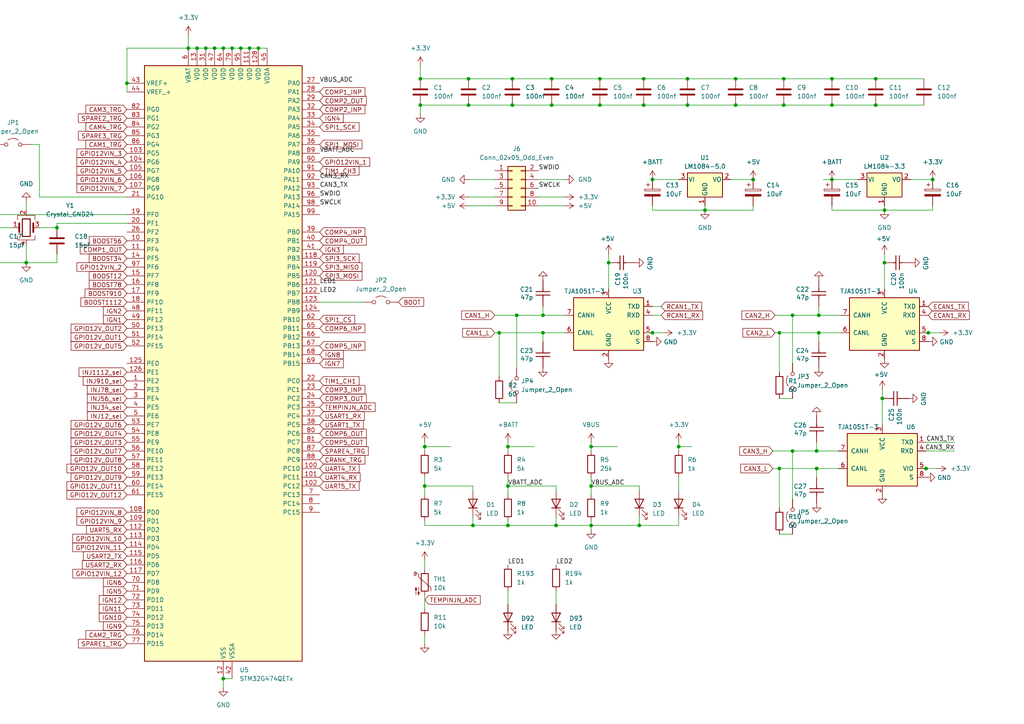
<source format=kicad_sch>
(kicad_sch (version 20250114) (generator "eeschema") (generator_version "9.0")
  (paper "A4")
  (junction (at 147.32 129.54))
  (junction (at 144.78 96.52))
  (junction (at 227.33 22.86))
  (junction (at 229.87 130.81))
  (junction (at 269.24 96.52))
  (junction (at 64.77 196.85))
  (junction (at 121.92 22.86))
  (junction (at 148.59 22.86))
  (junction (at 64.77 13.97))
  (junction (at 255.905 115.57))
  (junction (at 226.06 135.89))
  (junction (at 241.3 52.07))
  (junction (at 241.3 22.86))
  (junction (at 161.29 152.4))
  (junction (at 57.15 13.97))
  (junction (at 74.93 13.97))
  (junction (at 256.54 76.2))
  (junction (at 147.32 152.4))
  (junction (at 137.16 152.4))
  (junction (at 54.61 13.97))
  (junction (at 189.23 96.52))
  (junction (at 256.54 60.96))
  (junction (at 227.33 30.48))
  (junction (at 185.42 152.4))
  (junction (at 171.45 152.4))
  (junction (at 160.02 30.48))
  (junction (at 173.99 22.86))
  (junction (at -2.54 66.04))
  (junction (at 236.855 135.89))
  (junction (at 69.85 13.97))
  (junction (at 171.45 140.97))
  (junction (at 186.69 22.86))
  (junction (at 123.19 129.54))
  (junction (at 196.85 129.54))
  (junction (at 199.39 30.48))
  (junction (at 229.87 91.44))
  (junction (at 268.605 135.89))
  (junction (at 199.39 22.86))
  (junction (at 189.23 52.07))
  (junction (at 36.83 24.13))
  (junction (at 149.86 91.44))
  (junction (at 254 22.86))
  (junction (at 236.855 130.81))
  (junction (at 186.69 30.48))
  (junction (at 218.44 52.07))
  (junction (at 237.49 96.52))
  (junction (at 135.89 30.48))
  (junction (at 147.32 140.97))
  (junction (at 72.39 13.97))
  (junction (at 160.02 22.86))
  (junction (at 148.59 30.48))
  (junction (at 173.99 30.48))
  (junction (at 16.51 66.04))
  (junction (at 123.19 140.97))
  (junction (at 241.3 30.48))
  (junction (at 270.51 52.07))
  (junction (at 157.48 91.44))
  (junction (at 121.92 30.48))
  (junction (at 237.49 91.44))
  (junction (at 59.69 13.97))
  (junction (at 62.23 13.97))
  (junction (at 67.31 13.97))
  (junction (at 171.45 129.54))
  (junction (at 157.48 96.52))
  (junction (at 226.06 96.52))
  (junction (at 176.53 76.2))
  (junction (at 213.36 30.48))
  (junction (at 254 30.48))
  (junction (at 213.36 22.86))
  (junction (at 135.89 22.86))
  (junction (at 204.47 60.96))
  (junction (at 7.62 76.2))
  (wire (pts (xy -2.54 66.04) (xy 3.81 66.04)))
  (wire (pts (xy 237.49 88.9) (xy 237.49 91.44)))
  (wire (pts (xy 241.3 52.07) (xy 248.92 52.07)))
  (wire (pts (xy 254 22.86) (xy 267.97 22.86)))
  (wire (pts (xy 161.29 171.45) (xy 161.29 175.26)))
  (wire (pts (xy 224.79 91.44) (xy 229.87 91.44)))
  (wire (pts (xy 171.45 129.54) (xy 171.45 130.81)))
  (wire (pts (xy 144.78 116.84) (xy 149.86 116.84)))
  (wire (pts (xy 229.87 130.81) (xy 236.855 130.81)))
  (wire (pts (xy 237.49 96.52) (xy 237.49 99.06)))
  (wire (pts (xy 123.19 129.54) (xy 123.19 130.81)))
  (wire (pts (xy 226.06 96.52) (xy 226.06 107.95)))
  (wire (pts (xy 135.89 22.86) (xy 148.59 22.86)))
  (wire (pts (xy 123.19 143.51) (xy 123.19 140.97)))
  (wire (pts (xy 147.32 129.54) (xy 147.32 130.81)))
  (wire (pts (xy 186.69 30.48) (xy 199.39 30.48)))
  (wire (pts (xy 143.51 96.52) (xy 144.78 96.52)))
  (wire (pts (xy 185.42 142.24) (xy 185.42 140.97)))
  (wire (pts (xy 147.32 128.27) (xy 147.32 129.54)))
  (wire (pts (xy 148.59 22.86) (xy 160.02 22.86)))
  (wire (pts (xy 196.85 149.86) (xy 196.85 152.4)))
  (wire (pts (xy 255.905 115.57) (xy 255.905 123.19)))
  (wire (pts (xy 161.29 142.24) (xy 161.29 140.97)))
  (wire (pts (xy 256.54 59.69) (xy 256.54 60.96)))
  (wire (pts (xy 196.85 152.4) (xy 185.42 152.4)))
  (wire (pts (xy 189.23 60.96) (xy 204.47 60.96)))
  (wire (pts (xy -2.54 66.04) (xy -2.54 62.23)))
  (wire (pts (xy 196.85 138.43) (xy 196.85 142.24)))
  (wire (pts (xy 123.19 172.72) (xy 123.19 176.53)))
  (wire (pts (xy -2.54 73.66) (xy -2.54 76.2)))
  (wire (pts (xy 67.31 196.85) (xy 64.77 196.85)))
  (wire (pts (xy 188.595 96.52) (xy 189.23 96.52)))
  (wire (pts (xy 186.69 22.86) (xy 199.39 22.86)))
  (wire (pts (xy 121.92 30.48) (xy 135.89 30.48)))
  (wire (pts (xy 137.16 152.4) (xy 147.32 152.4)))
  (wire (pts (xy 147.32 129.54) (xy 154.94 129.54)))
  (wire (pts (xy 64.77 196.85) (xy 64.77 199.39)))
  (wire (pts (xy 270.51 60.96) (xy 270.51 59.69)))
  (wire (pts (xy 7.62 71.12) (xy 7.62 76.2)))
  (wire (pts (xy 176.53 73.66) (xy 176.53 76.2)))
  (wire (pts (xy 147.32 152.4) (xy 161.29 152.4)))
  (wire (pts (xy 16.51 64.77) (xy 16.51 66.04)))
  (wire (pts (xy 147.32 140.97) (xy 147.32 138.43)))
  (wire (pts (xy 226.06 135.89) (xy 236.855 135.89)))
  (wire (pts (xy 267.97 135.89) (xy 268.605 135.89)))
  (wire (pts (xy 135.89 30.48) (xy 148.59 30.48)))
  (wire (pts (xy 16.51 76.2) (xy 7.62 76.2)))
  (wire (pts (xy 105.41 87.63) (xy 92.71 87.63)))
  (wire (pts (xy 269.24 96.52) (xy 272.415 96.52)))
  (wire (pts (xy 149.86 91.44) (xy 157.48 91.44)))
  (wire (pts (xy 123.19 162.56) (xy 123.19 165.1)))
  (wire (pts (xy 156.21 57.15) (xy 163.83 57.15)))
  (wire (pts (xy 64.77 13.97) (xy 62.23 13.97)))
  (wire (pts (xy 171.45 140.97) (xy 171.45 138.43)))
  (wire (pts (xy 199.39 22.86) (xy 213.36 22.86)))
  (wire (pts (xy 241.3 30.48) (xy 254 30.48)))
  (wire (pts (xy 256.54 60.96) (xy 270.51 60.96)))
  (wire (pts (xy 123.19 152.4) (xy 137.16 152.4)))
  (wire (pts (xy 135.89 52.07) (xy 143.51 52.07)))
  (wire (pts (xy 171.45 152.4) (xy 171.45 151.13)))
  (wire (pts (xy 241.3 60.96) (xy 256.54 60.96)))
  (wire (pts (xy 241.3 22.86) (xy 254 22.86)))
  (wire (pts (xy 67.31 13.97) (xy 64.77 13.97)))
  (wire (pts (xy 147.32 140.97) (xy 161.29 140.97)))
  (wire (pts (xy 268.605 135.89) (xy 271.78 135.89)))
  (wire (pts (xy 236.855 128.27) (xy 236.855 130.81)))
  (wire (pts (xy 123.19 184.15) (xy 123.19 186.69)))
  (wire (pts (xy 224.79 96.52) (xy 226.06 96.52)))
  (wire (pts (xy 256.54 73.66) (xy 256.54 76.2)))
  (wire (pts (xy 137.16 152.4) (xy 137.16 149.86)))
  (wire (pts (xy 218.44 59.69) (xy 218.44 60.96)))
  (wire (pts (xy 72.39 13.97) (xy 69.85 13.97)))
  (wire (pts (xy 276.86 128.27) (xy 268.605 128.27)))
  (wire (pts (xy 157.48 96.52) (xy 157.48 99.06)))
  (wire (pts (xy 123.19 128.27) (xy 123.19 129.54)))
  (wire (pts (xy 204.47 59.69) (xy 204.47 60.96)))
  (wire (pts (xy 226.06 115.57) (xy 229.87 115.57)))
  (wire (pts (xy 196.85 128.27) (xy 196.85 129.54)))
  (wire (pts (xy 185.42 152.4) (xy 185.42 149.86)))
  (wire (pts (xy 171.45 152.4) (xy 185.42 152.4)))
  (wire (pts (xy 148.59 30.48) (xy 160.02 30.48)))
  (wire (pts (xy 59.69 13.97) (xy 57.15 13.97)))
  (wire (pts (xy 173.99 22.86) (xy 186.69 22.86)))
  (wire (pts (xy 236.855 135.89) (xy 243.205 135.89)))
  (wire (pts (xy 254 30.48) (xy 267.97 30.48)))
  (wire (pts (xy 7.62 58.42) (xy 7.62 60.96)))
  (wire (pts (xy 11.43 41.91) (xy 8.89 41.91)))
  (wire (pts (xy -2.54 62.23) (xy 36.83 62.23)))
  (wire (pts (xy 224.155 135.89) (xy 226.06 135.89)))
  (wire (pts (xy 121.92 19.05) (xy 121.92 22.86)))
  (wire (pts (xy 147.32 143.51) (xy 147.32 140.97)))
  (wire (pts (xy 218.44 60.96) (xy 204.47 60.96)))
  (wire (pts (xy 171.45 153.67) (xy 171.45 152.4)))
  (wire (pts (xy 157.48 96.52) (xy 163.83 96.52)))
  (wire (pts (xy 16.51 73.66) (xy 16.51 76.2)))
  (wire (pts (xy 229.87 130.81) (xy 229.87 144.78)))
  (wire (pts (xy 171.45 140.97) (xy 185.42 140.97)))
  (wire (pts (xy 160.02 30.48) (xy 173.99 30.48)))
  (wire (pts (xy 189.23 88.9) (xy 191.77 88.9)))
  (wire (pts (xy 144.78 96.52) (xy 157.48 96.52)))
  (wire (pts (xy 123.19 140.97) (xy 123.19 138.43)))
  (wire (pts (xy 189.23 96.52) (xy 192.405 96.52)))
  (wire (pts (xy 237.49 91.44) (xy 243.84 91.44)))
  (wire (pts (xy 264.16 52.07) (xy 270.51 52.07)))
  (wire (pts (xy 227.33 30.48) (xy 241.3 30.48)))
  (wire (pts (xy 157.48 88.9) (xy 157.48 91.44)))
  (wire (pts (xy 62.23 13.97) (xy 59.69 13.97)))
  (wire (pts (xy 11.43 66.04) (xy 16.51 66.04)))
  (wire (pts (xy 171.45 143.51) (xy 171.45 140.97)))
  (wire (pts (xy 199.39 30.48) (xy 213.36 30.48)))
  (wire (pts (xy 226.06 96.52) (xy 237.49 96.52)))
  (wire (pts (xy 149.86 91.44) (xy 149.86 106.68)))
  (wire (pts (xy 36.83 26.67) (xy 36.83 24.13)))
  (wire (pts (xy 156.21 52.07) (xy 163.83 52.07)))
  (wire (pts (xy 171.45 128.27) (xy 171.45 129.54)))
  (wire (pts (xy 36.83 57.15) (xy 11.43 57.15)))
  (wire (pts (xy 137.16 142.24) (xy 137.16 140.97)))
  (wire (pts (xy 121.92 30.48) (xy 121.92 33.02)))
  (wire (pts (xy 176.53 76.2) (xy 176.53 83.82)))
  (wire (pts (xy 189.23 59.69) (xy 189.23 60.96)))
  (wire (pts (xy 121.92 22.86) (xy 135.89 22.86)))
  (wire (pts (xy 236.855 135.89) (xy 236.855 138.43)))
  (wire (pts (xy 173.99 30.48) (xy 186.69 30.48)))
  (wire (pts (xy 157.48 91.44) (xy 163.83 91.44)))
  (wire (pts (xy 11.43 57.15) (xy 11.43 41.91)))
  (wire (pts (xy 256.54 76.2) (xy 256.54 83.82)))
  (wire (pts (xy 69.85 13.97) (xy 67.31 13.97)))
  (wire (pts (xy 156.21 59.69) (xy 163.83 59.69)))
  (wire (pts (xy 161.29 152.4) (xy 171.45 152.4)))
  (wire (pts (xy 196.85 129.54) (xy 200.66 129.54)))
  (wire (pts (xy 238.76 52.07) (xy 241.3 52.07)))
  (wire (pts (xy 135.89 59.69) (xy 143.51 59.69)))
  (wire (pts (xy 123.19 140.97) (xy 137.16 140.97)))
  (wire (pts (xy 226.06 154.94) (xy 229.87 154.94)))
  (wire (pts (xy 135.89 57.15) (xy 143.51 57.15)))
  (wire (pts (xy 144.78 96.52) (xy 144.78 109.22)))
  (wire (pts (xy -2.54 76.2) (xy 7.62 76.2)))
  (wire (pts (xy 123.19 129.54) (xy 130.81 129.54)))
  (wire (pts (xy 229.87 91.44) (xy 237.49 91.44)))
  (wire (pts (xy 123.19 152.4) (xy 123.19 151.13)))
  (wire (pts (xy 77.47 13.97) (xy 74.93 13.97)))
  (wire (pts (xy 16.51 64.77) (xy 36.83 64.77)))
  (wire (pts (xy 268.605 96.52) (xy 269.24 96.52)))
  (wire (pts (xy 268.605 130.81) (xy 276.86 130.81)))
  (wire (pts (xy 213.36 22.86) (xy 227.33 22.86)))
  (wire (pts (xy 241.3 59.69) (xy 241.3 60.96)))
  (wire (pts (xy 143.51 91.44) (xy 149.86 91.44)))
  (wire (pts (xy 36.83 24.13) (xy 36.83 13.97)))
  (wire (pts (xy 36.83 13.97) (xy 54.61 13.97)))
  (wire (pts (xy 224.155 130.81) (xy 229.87 130.81)))
  (wire (pts (xy 236.855 130.81) (xy 243.205 130.81)))
  (wire (pts (xy 213.36 30.48) (xy 227.33 30.48)))
  (wire (pts (xy 226.06 135.89) (xy 226.06 147.32)))
  (wire (pts (xy 57.15 13.97) (xy 54.61 13.97)))
  (wire (pts (xy 54.61 13.97) (xy 54.61 10.16)))
  (wire (pts (xy 189.23 52.07) (xy 196.85 52.07)))
  (wire (pts (xy 237.49 96.52) (xy 243.84 96.52)))
  (wire (pts (xy 229.87 91.44) (xy 229.87 105.41)))
  (wire (pts (xy 196.85 129.54) (xy 196.85 130.81)))
  (wire (pts (xy 147.32 152.4) (xy 147.32 151.13)))
  (wire (pts (xy 227.33 22.86) (xy 241.3 22.86)))
  (wire (pts (xy 161.29 152.4) (xy 161.29 149.86)))
  (wire (pts (xy 189.23 91.44) (xy 191.77 91.44)))
  (wire (pts (xy 74.93 13.97) (xy 72.39 13.97)))
  (wire (pts (xy 255.905 113.03) (xy 255.905 115.57)))
  (wire (pts (xy 171.45 129.54) (xy 179.07 129.54)))
  (wire (pts (xy 147.32 171.45) (xy 147.32 175.26)))
  (wire (pts (xy 160.02 22.86) (xy 173.99 22.86)))
  (wire (pts (xy 212.09 52.07) (xy 218.44 52.07)))
  (label "VBATT_ADC" (at 92.71 44.45 0))
  (label "CAN3_RX" (at 92.71 52.07 0))
  (label "VBUS_ADC" (at 92.71 24.13 0))
  (label "CAN3_TX" (at 276.86 128.27 180))
  (label "SWDIO" (at 156.21 49.53 0))
  (label "LED2" (at 161.29 163.83 0))
  (label "CAN3_RX" (at 276.86 130.81 180))
  (label "SWCLK" (at 156.21 54.61 0))
  (label "CAN3_TX" (at 92.71 54.61 0))
  (label "VBATT_ADC" (at 147.32 140.97 0))
  (label "SWCLK" (at 92.71 59.69 0))
  (label "LED1" (at 92.71 82.55 0))
  (label "VBUS_ADC" (at 171.45 140.97 0))
  (label "SWDIO" (at 92.71 57.15 0))
  (label "LED2" (at 92.71 85.09 0))
  (label "LED1" (at 147.32 163.83 0))
  (global_label "COMP5_INP" (shape input) (at 92.71 100.33 0) (property "Intersheetrefs" "${INTERSHEET_REFS}" (effects (hide yes))))
  (global_label "INJ910_sel" (shape input) (at 36.83 110.49 180) (property "Intersheetrefs" "${INTERSHEET_REFS}" (effects (hide yes))))
  (global_label "GPIO12VIN_10" (shape input) (at 36.83 156.21 180) (property "Intersheetrefs" "${INTERSHEET_REFS}" (effects (hide yes))))
  (global_label "COMP5_OUT" (shape input) (at 92.71 128.27 0) (property "Intersheetrefs" "${INTERSHEET_REFS}" (effects (hide yes))))
  (global_label "IGN12" (shape input) (at 36.83 173.99 180) (property "Intersheetrefs" "${INTERSHEET_REFS}" (effects (hide yes))))
  (global_label "GPIO12VIN_12" (shape input) (at 36.83 166.37 180) (property "Intersheetrefs" "${INTERSHEET_REFS}" (effects (hide yes))))
  (global_label "GPIO12V_OUT11" (shape input) (at 36.83 140.97 180) (property "Intersheetrefs" "${INTERSHEET_REFS}" (effects (hide yes))))
  (global_label "TIM1_CH1" (shape input) (at 92.71 110.49 0) (property "Intersheetrefs" "${INTERSHEET_REFS}" (effects (hide yes))))
  (global_label "COMP2_INP" (shape input) (at 92.71 31.75 0) (property "Intersheetrefs" "${INTERSHEET_REFS}" (effects (hide yes))))
  (global_label "GPIO12VIN_5" (shape input) (at 36.83 49.53 180) (property "Intersheetrefs" "${INTERSHEET_REFS}" (effects (hide yes))))
  (global_label "CAM2_TRG" (shape input) (at 36.83 184.15 180) (property "Intersheetrefs" "${INTERSHEET_REFS}" (effects (hide yes))))
  (global_label "IGN5" (shape input) (at 36.83 171.45 180) (property "Intersheetrefs" "${INTERSHEET_REFS}" (effects (hide yes))))
  (global_label "GPIO12V_OUT10" (shape input) (at 36.83 135.89 180) (property "Intersheetrefs" "${INTERSHEET_REFS}" (effects (hide yes))))
  (global_label "BOOST56" (shape input) (at 36.83 69.85 180) (property "Intersheetrefs" "${INTERSHEET_REFS}" (effects (hide yes))))
  (global_label "IGN3" (shape input) (at 92.71 72.39 0) (property "Intersheetrefs" "${INTERSHEET_REFS}" (effects (hide yes))))
  (global_label "CAN2_L" (shape input) (at 224.79 96.52 180) (property "Intersheetrefs" "${INTERSHEET_REFS}" (effects (hide yes))))
  (global_label "INJ56_sel" (shape input) (at 36.83 115.57 180) (property "Intersheetrefs" "${INTERSHEET_REFS}" (effects (hide yes))))
  (global_label "GPIO12V_OUT1" (shape input) (at 36.83 97.79 180) (property "Intersheetrefs" "${INTERSHEET_REFS}" (effects (hide yes))))
  (global_label "GPIO12VIN_2" (shape input) (at 36.83 77.47 180) (property "Intersheetrefs" "${INTERSHEET_REFS}" (effects (hide yes))))
  (global_label "CAN1_L" (shape input) (at 143.51 96.52 180) (property "Intersheetrefs" "${INTERSHEET_REFS}" (effects (hide yes))))
  (global_label "CAN1_H" (shape input) (at 143.51 91.44 180) (property "Intersheetrefs" "${INTERSHEET_REFS}" (effects (hide yes))))
  (global_label "SPI1_CS" (shape input) (at 92.71 92.71 0) (property "Intersheetrefs" "${INTERSHEET_REFS}" (effects (hide yes))))
  (global_label "BOOST910" (shape input) (at 36.83 85.09 180) (property "Intersheetrefs" "${INTERSHEET_REFS}" (effects (hide yes))))
  (global_label "USART2_RX" (shape input) (at 36.83 163.83 180) (property "Intersheetrefs" "${INTERSHEET_REFS}" (effects (hide yes))))
  (global_label "BOOST1112" (shape input) (at 36.83 87.63 180) (property "Intersheetrefs" "${INTERSHEET_REFS}" (effects (hide yes))))
  (global_label "USART2_TX" (shape input) (at 36.83 161.29 180) (property "Intersheetrefs" "${INTERSHEET_REFS}" (effects (hide yes))))
  (global_label "INJ12_sel" (shape input) (at 36.83 120.65 180) (property "Intersheetrefs" "${INTERSHEET_REFS}" (effects (hide yes))))
  (global_label "GPIO12VIN_7" (shape input) (at 36.83 54.61 180) (property "Intersheetrefs" "${INTERSHEET_REFS}" (effects (hide yes))))
  (global_label "COMP3_OUT" (shape input) (at 92.71 115.57 0) (property "Intersheetrefs" "${INTERSHEET_REFS}" (effects (hide yes))))
  (global_label "GPIO12VIN_8" (shape input) (at 36.83 148.59 180) (property "Intersheetrefs" "${INTERSHEET_REFS}" (effects (hide yes))))
  (global_label "USART1_TX" (shape input) (at 92.71 123.19 0) (property "Intersheetrefs" "${INTERSHEET_REFS}" (effects (hide yes))))
  (global_label "IGN1" (shape input) (at 36.83 92.71 180) (property "Intersheetrefs" "${INTERSHEET_REFS}" (effects (hide yes))))
  (global_label "INJ1112_sel" (shape input) (at 36.83 107.95 180) (property "Intersheetrefs" "${INTERSHEET_REFS}" (effects (hide yes))))
  (global_label "GPIO12VIN_6" (shape input) (at 36.83 52.07 180) (property "Intersheetrefs" "${INTERSHEET_REFS}" (effects (hide yes))))
  (global_label "BOOT" (shape input) (at 115.57 87.63 0) (property "Intersheetrefs" "${INTERSHEET_REFS}" (effects (hide yes))))
  (global_label "INJ34_sel" (shape input) (at 36.83 118.11 180) (property "Intersheetrefs" "${INTERSHEET_REFS}" (effects (hide yes))))
  (global_label "IGN11" (shape input) (at 36.83 176.53 180) (property "Intersheetrefs" "${INTERSHEET_REFS}" (effects (hide yes))))
  (global_label "GPIO12V_OUT3" (shape input) (at 36.83 128.27 180) (property "Intersheetrefs" "${INTERSHEET_REFS}" (effects (hide yes))))
  (global_label "TEMPINJN_ADC" (shape input) (at 123.19 173.99 0) (property "Intersheetrefs" "${INTERSHEET_REFS}" (effects (hide yes))))
  (global_label "COMP6_INP" (shape input) (at 92.71 95.25 0) (property "Intersheetrefs" "${INTERSHEET_REFS}" (effects (hide yes))))
  (global_label "GPIO12V_OUT7" (shape input) (at 36.83 130.81 180) (property "Intersheetrefs" "${INTERSHEET_REFS}" (effects (hide yes))))
  (global_label "CAM3_TRG" (shape input) (at 36.83 31.75 180) (property "Intersheetrefs" "${INTERSHEET_REFS}" (effects (hide yes))))
  (global_label "RCAN1_RX" (shape input) (at 191.77 91.44 0) (property "Intersheetrefs" "${INTERSHEET_REFS}" (effects (hide yes))))
  (global_label "SPI1_MOSI" (shape input) (at 92.71 41.91 0) (property "Intersheetrefs" "${INTERSHEET_REFS}" (effects (hide yes))))
  (global_label "CJ1252_UR" (shape input) (at 120.65 -26.67 180) (property "Intersheetrefs" "${INTERSHEET_REFS}" (effects (hide yes))))
  (global_label "TIM1_CH3" (shape input) (at 92.71 49.53 0) (property "Intersheetrefs" "${INTERSHEET_REFS}" (effects (hide yes))))
  (global_label "UART5_TX" (shape input) (at 92.71 140.97 0) (property "Intersheetrefs" "${INTERSHEET_REFS}" (effects (hide yes))))
  (global_label "CAN3_L" (shape input) (at 224.155 135.89 180) (property "Intersheetrefs" "${INTERSHEET_REFS}" (effects (hide yes))))
  (global_label "GPIO12V_OUT4" (shape input) (at 36.83 125.73 180) (property "Intersheetrefs" "${INTERSHEET_REFS}" (effects (hide yes))))
  (global_label "COMP1_INP" (shape input) (at 92.71 26.67 0) (property "Intersheetrefs" "${INTERSHEET_REFS}" (effects (hide yes))))
  (global_label "GPIO12VIN_9" (shape input) (at 36.83 151.13 180) (property "Intersheetrefs" "${INTERSHEET_REFS}" (effects (hide yes))))
  (global_label "IGN7" (shape input) (at 92.71 105.41 0) (property "Intersheetrefs" "${INTERSHEET_REFS}" (effects (hide yes))))
  (global_label "IGN8" (shape input) (at 92.71 102.87 0) (property "Intersheetrefs" "${INTERSHEET_REFS}" (effects (hide yes))))
  (global_label "COMP2_OUT" (shape input) (at 92.71 29.21 0) (property "Intersheetrefs" "${INTERSHEET_REFS}" (effects (hide yes))))
  (global_label "GPIO12VIN_11" (shape input) (at 36.83 158.75 180) (property "Intersheetrefs" "${INTERSHEET_REFS}" (effects (hide yes))))
  (global_label "SPARE4_TRG" (shape input) (at 92.71 130.81 0) (property "Intersheetrefs" "${INTERSHEET_REFS}" (effects (hide yes))))
  (global_label "UART4_TX" (shape input) (at 92.71 135.89 0) (property "Intersheetrefs" "${INTERSHEET_REFS}" (effects (hide yes))))
  (global_label "GPIO12V_OUT5" (shape input) (at 36.83 100.33 180) (property "Intersheetrefs" "${INTERSHEET_REFS}" (effects (hide yes))))
  (global_label "COMP3_INP" (shape input) (at 92.71 113.03 0) (property "Intersheetrefs" "${INTERSHEET_REFS}" (effects (hide yes))))
  (global_label "SPARE1_TRG" (shape input) (at 36.83 186.69 180) (property "Intersheetrefs" "${INTERSHEET_REFS}" (effects (hide yes))))
  (global_label "ECAN1_TX" (shape input) (at 269.24 88.9 0) (property "Intersheetrefs" "${INTERSHEET_REFS}" (effects (hide yes))))
  (global_label "ECAN1_RX" (shape input) (at 269.24 91.44 0) (property "Intersheetrefs" "${INTERSHEET_REFS}" (effects (hide yes))))
  (global_label "GPIO12V_OUT8" (shape input) (at 36.83 133.35 180) (property "Intersheetrefs" "${INTERSHEET_REFS}" (effects (hide yes))))
  (global_label "COMP1_OUT" (shape input) (at 36.83 72.39 180) (property "Intersheetrefs" "${INTERSHEET_REFS}" (effects (hide yes))))
  (global_label "CRANK_TRG" (shape input) (at 92.71 133.35 0) (property "Intersheetrefs" "${INTERSHEET_REFS}" (effects (hide yes))))
  (global_label "GPIO12V_OUT12" (shape input) (at 36.83 143.51 180) (property "Intersheetrefs" "${INTERSHEET_REFS}" (effects (hide yes))))
  (global_label "COMP6_OUT" (shape input) (at 92.71 125.73 0) (property "Intersheetrefs" "${INTERSHEET_REFS}" (effects (hide yes))))
  (global_label "IGN2" (shape input) (at 36.83 90.17 180) (property "Intersheetrefs" "${INTERSHEET_REFS}" (effects (hide yes))))
  (global_label "BOOST78" (shape input) (at 36.83 82.55 180) (property "Intersheetrefs" "${INTERSHEET_REFS}" (effects (hide yes))))
  (global_label "CJ1251_UA" (shape input) (at 132.08 -38.1 0) (property "Intersheetrefs" "${INTERSHEET_REFS}" (effects (hide yes))))
  (global_label "GPIO12VIN_3" (shape input) (at 36.83 44.45 180) (property "Intersheetrefs" "${INTERSHEET_REFS}" (effects (hide yes))))
  (global_label "INJ78_sel" (shape input) (at 36.83 113.03 180) (property "Intersheetrefs" "${INTERSHEET_REFS}" (effects (hide yes))))
  (global_label "BOOST12" (shape input) (at 36.83 80.01 180) (property "Intersheetrefs" "${INTERSHEET_REFS}" (effects (hide yes))))
  (global_label "CJ1251_UR" (shape input) (at 132.08 -20.32 0) (property "Intersheetrefs" "${INTERSHEET_REFS}" (effects (hide yes))))
  (global_label "COMP4_INP" (shape input) (at 92.71 67.31 0) (property "Intersheetrefs" "${INTERSHEET_REFS}" (effects (hide yes))))
  (global_label "SPI3_MISO" (shape input) (at 92.71 77.47 0) (property "Intersheetrefs" "${INTERSHEET_REFS}" (effects (hide yes))))
  (global_label "RCAN1_TX" (shape input) (at 191.77 88.9 0) (property "Intersheetrefs" "${INTERSHEET_REFS}" (effects (hide yes))))
  (global_label "SPARE3_TRG" (shape input) (at 36.83 39.37 180) (property "Intersheetrefs" "${INTERSHEET_REFS}" (effects (hide yes))))
  (global_label "UART4_RX" (shape input) (at 92.71 138.43 0) (property "Intersheetrefs" "${INTERSHEET_REFS}" (effects (hide yes))))
  (global_label "CAN3_H" (shape input) (at 224.155 130.81 180) (property "Intersheetrefs" "${INTERSHEET_REFS}" (effects (hide yes))))
  (global_label "GPIO12V_OUT6" (shape input) (at 36.83 123.19 180) (property "Intersheetrefs" "${INTERSHEET_REFS}" (effects (hide yes))))
  (global_label "IGN6" (shape input) (at 36.83 168.91 180) (property "Intersheetrefs" "${INTERSHEET_REFS}" (effects (hide yes))))
  (global_label "GPIO12VIN_1" (shape input) (at 92.71 46.99 0) (property "Intersheetrefs" "${INTERSHEET_REFS}" (effects (hide yes))))
  (global_label "COMP4_OUT" (shape input) (at 92.71 69.85 0) (property "Intersheetrefs" "${INTERSHEET_REFS}" (effects (hide yes))))
  (global_label "BOOST34" (shape input) (at 36.83 74.93 180) (property "Intersheetrefs" "${INTERSHEET_REFS}" (effects (hide yes))))
  (global_label "SPI1_SCK" (shape input) (at 92.71 36.83 0) (property "Intersheetrefs" "${INTERSHEET_REFS}" (effects (hide yes))))
  (global_label "IGN10" (shape input) (at 36.83 179.07 180) (property "Intersheetrefs" "${INTERSHEET_REFS}" (effects (hide yes))))
  (global_label "SPI3_SCK" (shape input) (at 92.71 74.93 0) (property "Intersheetrefs" "${INTERSHEET_REFS}" (effects (hide yes))))
  (global_label "RESET" (shape input) (at -1.27 41.91 180) (property "Intersheetrefs" "${INTERSHEET_REFS}" (effects (hide yes))))
  (global_label "UART5_RX" (shape input) (at 36.83 153.67 180) (property "Intersheetrefs" "${INTERSHEET_REFS}" (effects (hide yes))))
  (global_label "CJ1252_UA" (shape input) (at 120.65 -29.21 180) (property "Intersheetrefs" "${INTERSHEET_REFS}" (effects (hide yes))))
  (global_label "SPI3_MOSI" (shape input) (at 92.71 80.01 0) (property "Intersheetrefs" "${INTERSHEET_REFS}" (effects (hide yes))))
  (global_label "IGN9" (shape input) (at 36.83 181.61 180) (property "Intersheetrefs" "${INTERSHEET_REFS}" (effects (hide yes))))
  (global_label "IGN4" (shape input) (at 92.71 34.29 0) (property "Intersheetrefs" "${INTERSHEET_REFS}" (effects (hide yes))))
  (global_label "GPIO12V_OUT9" (shape input) (at 36.83 138.43 180) (property "Intersheetrefs" "${INTERSHEET_REFS}" (effects (hide yes))))
  (global_label "SPARE2_TRG" (shape input) (at 36.83 34.29 180) (property "Intersheetrefs" "${INTERSHEET_REFS}" (effects (hide yes))))
  (global_label "GPIO12VIN_4" (shape input) (at 36.83 46.99 180) (property "Intersheetrefs" "${INTERSHEET_REFS}" (effects (hide yes))))
  (global_label "USART1_RX" (shape input) (at 92.71 120.65 0) (property "Intersheetrefs" "${INTERSHEET_REFS}" (effects (hide yes))))
  (global_label "CAM4_TRG" (shape input) (at 36.83 36.83 180) (property "Intersheetrefs" "${INTERSHEET_REFS}" (effects (hide yes))))
  (global_label "CAN2_H" (shape input) (at 224.79 91.44 180) (property "Intersheetrefs" "${INTERSHEET_REFS}" (effects (hide yes))))
  (global_label "CAM1_TRG" (shape input) (at 36.83 41.91 180) (property "Intersheetrefs" "${INTERSHEET_REFS}" (effects (hide yes))))
  (global_label "TEMPINJN_ADC" (shape input) (at 92.71 118.11 0) (property "Intersheetrefs" "${INTERSHEET_REFS}" (effects (hide yes))))
  (global_label "GPIO12V_OUT2" (shape input) (at 36.83 95.25 180) (property "Intersheetrefs" "${INTERSHEET_REFS}" (effects (hide yes))))
  (symbol (lib_id "hellen-one-common:Cap") (at 259.715 115.57 0) (mirror y) (unit 1)
    (property "Reference" "C25" (at 258.5656 118.3641 90) (effects (justify right)))
    (property "Value" "100n" (at 260.8643 118.3641 90) (effects (justify right)))
    (property "Footprint" "Capacitor_SMD:C_0402_1005Metric" (effects (hide yes)))
    (property "LCSC" "C14663" (effects (hide yes)))
  )
  (symbol (lib_id "MCU_ST_STM32G4:STM32G474QETx") (at 64.77 105.41 0) (unit 1)
    (property "Reference" "U5" (at 69.4533 194.31 0) (effects (justify left)))
    (property "Value" "STM32G474QETx" (at 69.4533 196.85 0) (effects (justify left)))
    (property "Footprint" "Package_QFP:LQFP-128_14x14mm_P0.4mm" (effects (hide yes)))
    (property "Datasheet" "https://www.st.com/resource/en/datasheet/stm32g474qe.pdf" (effects (hide yes)))
    (property "Description" "STMicroelectronics Arm Cortex-M4 MCU, 512KB flash, 128KB RAM, 170 MHz, 1.71-3.6V, 107 GPIO, LQFP128" (effects (hide yes)))
  )
  (symbol (lib_id "power:GND") (at 255.905 143.51 0) (mirror y) (unit 1)
    (property "Reference" "#PWR076" (effects (hide yes)))
    (property "Value" "GND" (effects (hide yes)))
  )
  (symbol (lib_id "Device:C_Polarized") (at 270.51 55.88 0) (unit 1)
    (property "Reference" "C16" (at 274.32 53.7209 0) (effects (justify left)))
    (property "Value" "10uF" (at 274.32 56.2609 0) (effects (justify left)))
    (property "Footprint" "Capacitor_SMD:CP_Elec_5x4.5" (effects (hide yes)))
    (property "Description" "Polarized capacitor" (effects (hide yes)))
  )
  (symbol (lib_id "power:GND") (at 189.23 99.06 90) (mirror x) (unit 1)
    (property "Reference" "#PWR061" (effects (hide yes)))
    (property "Value" "GND" (at 192.4812 99.187 90) (effects (justify right)))
  )
  (symbol (lib_id "power:+BATT") (at 241.3 52.07 0) (unit 1)
    (property "Reference" "#PWR043" (effects (hide yes)))
    (property "Value" "+BATT" (at 241.3 46.99 0))
    (property "Description" "Power symbol creates a global label with name \"+BATT\"" (effects (hide yes)))
  )
  (symbol (lib_id "Device:R") (at 123.19 180.34 0) (unit 1)
    (property "Reference" "R11" (at 125.73 179.0699 0) (effects (justify left)))
    (property "Value" "10k" (at 125.73 181.6099 0) (effects (justify left)))
    (property "Footprint" "Resistor_SMD:R_0402_1005Metric" (effects (hide yes)))
    (property "Description" "Resistor" (effects (hide yes)))
  )
  (symbol (lib_id "hellen-one-common:Cap") (at 157.48 85.09 270) (mirror x) (unit 1)
    (property "Reference" "C21" (at 154.6859 83.9406 90) (effects (justify right)))
    (property "Value" "47p" (at 154.6859 86.2393 90) (effects (justify right)))
    (property "Footprint" "Capacitor_SMD:C_0402_1005Metric" (effects (hide yes)))
    (property "LCSC" "C1671" (effects (hide yes)))
  )
  (symbol (lib_id "Device:C") (at 16.51 69.85 0) (unit 1)
    (property "Reference" "C18" (at 21.59 68.5799 0) (effects (justify left)))
    (property "Value" "15pF" (at 21.59 71.1199 0) (effects (justify left)))
    (property "Footprint" "Capacitor_SMD:C_0402_1005Metric" (effects (hide yes)))
    (property "Datasheet" "GRM155R61H105KE05D" (effects (hide yes)))
    (property "Description" "Unpolarized capacitor" (effects (hide yes)))
  )
  (symbol (lib_id "hellen-one-common:Cap") (at 237.49 85.09 270) (mirror x) (unit 1)
    (property "Reference" "C22" (at 234.6959 83.9406 90) (effects (justify right)))
    (property "Value" "47p" (at 234.6959 86.2393 90) (effects (justify right)))
    (property "Footprint" "Capacitor_SMD:C_0402_1005Metric" (effects (hide yes)))
    (property "LCSC" "C1671" (effects (hide yes)))
  )
  (symbol (lib_id "Device:C") (at 254 26.67 0) (unit 1)
    (property "Reference" "C11" (at 257.81 25.3999 0) (effects (justify left)))
    (property "Value" "100nf" (at 257.81 27.9399 0) (effects (justify left)))
    (property "Footprint" "Capacitor_SMD:C_0402_1005Metric" (effects (hide yes)))
    (property "Description" "Unpolarized capacitor" (effects (hide yes)))
  )
  (symbol (lib_id "power:+3.3V") (at 196.85 128.27 0) (unit 1)
    (property "Reference" "#PWR073" (effects (hide yes)))
    (property "Value" "+3.3V" (at 196.85 123.19 0))
    (property "Description" "Power symbol creates a global label with name \"+3.3V\"" (effects (hide yes)))
  )
  (symbol (lib_id "Device:C_Polarized") (at 241.3 55.88 0) (unit 1)
    (property "Reference" "C15" (at 245.11 53.7209 0) (effects (justify left)))
    (property "Value" "10uF" (at 245.11 56.2609 0) (effects (justify left)))
    (property "Footprint" "Capacitor_SMD:CP_Elec_5x4.5" (effects (hide yes)))
    (property "Description" "Polarized capacitor" (effects (hide yes)))
  )
  (symbol (lib_id "power:+3.3V") (at 272.415 96.52 270) (unit 1)
    (property "Reference" "#PWR060" (effects (hide yes)))
    (property "Value" "+3.3V" (at 276.225 96.5199 90) (effects (justify left)))
    (property "Description" "Power symbol creates a global label with name \"+3.3V\"" (effects (hide yes)))
  )
  (symbol (lib_id "Device:R") (at 171.45 147.32 180) (unit 1)
    (property "Reference" "R9" (at 173.99 146.0499 0) (effects (justify right)))
    (property "Value" "1k" (at 173.99 148.5899 0) (effects (justify right)))
    (property "Footprint" "Resistor_SMD:R_0402_1005Metric" (effects (hide yes)))
    (property "Description" "Resistor" (effects (hide yes)))
  )
  (symbol (lib_id "power:+5V") (at 218.44 52.07 0) (unit 1)
    (property "Reference" "#PWR042" (effects (hide yes)))
    (property "Value" "+5V" (at 218.44 46.99 0))
    (property "Description" "Power symbol creates a global label with name \"+5V\"" (effects (hide yes)))
  )
  (symbol (lib_id "power:VBUS") (at 171.45 128.27 0) (unit 1)
    (property "Reference" "#PWR072" (effects (hide yes)))
    (property "Value" "VBUS" (at 171.45 123.19 0))
    (property "Description" "Power symbol creates a global label with name \"VBUS\"" (effects (hide yes)))
  )
  (symbol (lib_id "Device:R") (at 226.06 111.76 0) (unit 1)
    (property "Reference" "R1" (at 228.6 110.4899 0) (effects (justify left)))
    (property "Value" "60" (at 228.6 113.0299 0) (effects (justify left)))
    (property "Footprint" "Resistor_SMD:R_0402_1005Metric" (effects (hide yes)))
    (property "Description" "Resistor" (effects (hide yes)))
  )
  (symbol (lib_id "power:+5V") (at 256.54 73.66 0) (mirror y) (unit 1)
    (property "Reference" "#PWR053" (effects (hide yes)))
    (property "Value" "+5V" (at 256.159 69.2658 0))
  )
  (symbol (lib_id "power:+3.3V") (at 163.83 57.15 270) (unit 1)
    (property "Reference" "#PWR046" (effects (hide yes)))
    (property "Value" "+3.3V" (at 167.64 57.1499 90) (effects (justify left)))
    (property "Description" "Power symbol creates a global label with name \"+3.3V\"" (effects (hide yes)))
  )
  (symbol (lib_id "Device:C") (at 227.33 26.67 0) (unit 1)
    (property "Reference" "C9" (at 231.14 25.3999 0) (effects (justify left)))
    (property "Value" "100nf" (at 231.14 27.9399 0) (effects (justify left)))
    (property "Footprint" "Capacitor_SMD:C_0402_1005Metric" (effects (hide yes)))
    (property "Description" "Unpolarized capacitor" (effects (hide yes)))
  )
  (symbol (lib_id "Interface_CAN_LIN:TJA1051T-3") (at 255.905 133.35 0) (mirror y) (unit 1)
    (property "Reference" "U6" (at 264.16 123.825 0))
    (property "Value" "TJA1051T-3" (at 248.92 123.825 0))
    (property "Footprint" "Package_SO:SOIC-8_3.9x4.9mm_P1.27mm" (effects (hide yes)))
    (property "Datasheet" "http://www.nxp.com/documents/data_sheet/TJA1051.pdf" (effects (hide yes)))
    (property "LCSC" "C38695" (effects (hide yes)))
  )
  (symbol (lib_id "power:GND") (at 263.525 115.57 90) (mirror x) (unit 1)
    (property "Reference" "#PWR068" (effects (hide yes)))
    (property "Value" "GND" (at 267.9192 115.697 0))
  )
  (symbol (lib_id "Device:R") (at 123.19 147.32 180) (unit 1)
    (property "Reference" "R7" (at 125.73 146.0499 0) (effects (justify right)))
    (property "Value" "5k" (at 125.73 148.5899 0) (effects (justify right)))
    (property "Footprint" "Resistor_SMD:R_0402_1005Metric" (effects (hide yes)))
    (property "Description" "Resistor" (effects (hide yes)))
  )
  (symbol (lib_id "power:GND") (at 204.47 60.96 0) (unit 1)
    (property "Reference" "#PWR050" (effects (hide yes)))
    (property "Value" "GND" (at 204.47 66.04 0))
    (property "Description" "Power symbol creates a global label with name \"GND\" , ground" (effects (hide yes)))
  )
  (symbol (lib_id "power:GND") (at 256.54 60.96 0) (unit 1)
    (property "Reference" "#PWR051" (effects (hide yes)))
    (property "Value" "GND" (at 256.54 66.04 0))
    (property "Description" "Power symbol creates a global label with name \"GND\" , ground" (effects (hide yes)))
  )
  (symbol (lib_id "power:+5V") (at 255.905 113.03 0) (mirror y) (unit 1)
    (property "Reference" "#PWR067" (effects (hide yes)))
    (property "Value" "+5V" (at 255.524 108.6358 0))
  )
  (symbol (lib_name "+5V_1") (lib_id "power:+5V") (at 163.83 59.69 270) (unit 1)
    (property "Reference" "#PWR049" (effects (hide yes)))
    (property "Value" "+5V" (at 167.64 59.6899 90) (effects (justify left)))
    (property "Description" "Power symbol creates a global label with name \"+5V\"" (effects (hide yes)))
  )
  (symbol (lib_id "power:GND") (at 256.54 104.14 0) (mirror y) (unit 1)
    (property "Reference" "#PWR064" (effects (hide yes)))
    (property "Value" "GND" (effects (hide yes)))
  )
  (symbol (lib_id "power:+BATT") (at 123.19 128.27 0) (unit 1)
    (property "Reference" "#PWR070" (effects (hide yes)))
    (property "Value" "+5V" (at 123.19 123.19 0))
    (property "Description" "Power symbol creates a global label with name \"+BATT\"" (effects (hide yes)))
  )
  (symbol (lib_id "power:GND") (at 264.16 76.2 90) (mirror x) (unit 1)
    (property "Reference" "#PWR056" (effects (hide yes)))
    (property "Value" "GND" (at 268.5542 76.327 0))
  )
  (symbol (lib_id "power:+3.3V") (at 271.78 135.89 270) (unit 1)
    (property "Reference" "#PWR074" (effects (hide yes)))
    (property "Value" "+3.3V" (at 275.59 135.8899 90) (effects (justify left)))
    (property "Description" "Power symbol creates a global label with name \"+3.3V\"" (effects (hide yes)))
  )
  (symbol (lib_id "Regulator_Linear:LM1084-3.3") (at 256.54 52.07 0) (unit 1)
    (property "Reference" "U2" (at 256.54 45.72 0))
    (property "Value" "LM1084-3.3" (at 256.54 48.26 0))
    (property "Footprint" "Package_TO_SOT_SMD:TO-263-3_TabPin2" (effects (hide yes)))
    (property "Datasheet" "http://www.ti.com/lit/ds/symlink/lm1084.pdf" (effects (hide yes)))
    (property "Description" "5A 27V Linear Regulator, Fixed Output 3.3V, TO-220/TO-263" (effects (hide yes)))
  )
  (symbol (lib_id "Regulator_Linear:LM1084-5.0") (at 204.47 52.07 0) (unit 1)
    (property "Reference" "U1" (at 204.47 45.72 0))
    (property "Value" "LM1084-5.0" (at 204.47 48.26 0))
    (property "Footprint" "Package_TO_SOT_SMD:TO-263-3_TabPin2" (effects (hide yes)))
    (property "Datasheet" "http://www.ti.com/lit/ds/symlink/lm1084.pdf" (effects (hide yes)))
    (property "Description" "5A 27V Linear Regulator, Fixed Output 5.0V, TO-220/TO-263" (effects (hide yes)))
  )
  (symbol (lib_id "Device:C") (at 186.69 26.67 0) (unit 1)
    (property "Reference" "C6" (at 190.5 25.3999 0) (effects (justify left)))
    (property "Value" "100nf" (at 190.5 27.9399 0) (effects (justify left)))
    (property "Footprint" "Capacitor_SMD:C_0402_1005Metric" (effects (hide yes)))
    (property "Description" "Unpolarized capacitor" (effects (hide yes)))
  )
  (symbol (lib_id "power:+BATT") (at 189.23 52.07 0) (unit 1)
    (property "Reference" "#PWR041" (effects (hide yes)))
    (property "Value" "+BATT" (at 189.23 46.99 0))
    (property "Description" "Power symbol creates a global label with name \"+BATT\"" (effects (hide yes)))
  )
  (symbol (lib_id "Jumper:Jumper_2_Open") (at 229.87 149.86 90) (unit 1)
    (property "Reference" "JP5" (at 231.14 148.5899 90) (effects (justify right)))
    (property "Value" "Jumper_2_Open" (at 231.14 151.1299 90) (effects (justify right)))
    (property "Footprint" "Jumper:SolderJumper-2_P1.3mm_Open_RoundedPad1.0x1.5mm" (effects (hide yes)))
    (property "Description" "Jumper, 2-pole, open" (effects (hide yes)))
  )
  (symbol (lib_id "Device:R") (at 147.32 167.64 180) (unit 1)
    (property "Reference" "R193" (at 149.86 166.3699 0) (effects (justify right)))
    (property "Value" "1k" (at 149.86 168.9099 0) (effects (justify right)))
    (property "Footprint" "Resistor_SMD:R_0402_1005Metric" (effects (hide yes)))
    (property "Description" "Resistor" (effects (hide yes)))
  )
  (symbol (lib_id "hellen-one-common:Cap") (at 236.855 142.24 270) (mirror x) (unit 1)
    (property "Reference" "C27" (at 234.0609 141.0906 90) (effects (justify right)))
    (property "Value" "47p" (at 234.0609 143.3893 90) (effects (justify right)))
    (property "Footprint" "Capacitor_SMD:C_0402_1005Metric" (effects (hide yes)))
    (property "LCSC" "C1671" (effects (hide yes)))
  )
  (symbol (lib_id "Device:Crystal_GND24") (at 7.62 66.04 0) (unit 1)
    (property "Reference" "Y1" (at 20.32 59.6198 0))
    (property "Value" "Crystal_GND24" (at 20.32 62.1598 0))
    (property "Footprint" "Crystal:Crystal_SMD_2016-4Pin_2.0x1.6mm" (effects (hide yes)))
    (property "Description" "Four pin crystal, GND on pins 2 and 4" (effects (hide yes)))
  )
  (symbol (lib_id "power:GND") (at 163.83 52.07 90) (unit 1)
    (property "Reference" "#PWR040" (effects (hide yes)))
    (property "Value" "GND" (at 167.64 52.0699 90) (effects (justify right)))
    (property "Description" "Power symbol creates a global label with name \"GND\" , ground" (effects (hide yes)))
  )
  (symbol (lib_id "power:+3.3V") (at 123.19 162.56 0) (unit 1)
    (property "Reference" "#PWR079" (effects (hide yes)))
    (property "Value" "+3.3V" (at 123.19 157.48 0))
    (property "Description" "Power symbol creates a global label with name \"+3.3V\"" (effects (hide yes)))
  )
  (symbol (lib_id "Device:R") (at 123.19 134.62 180) (unit 1)
    (property "Reference" "R3" (at 125.73 133.3499 0) (effects (justify right)))
    (property "Value" "5k" (at 125.73 135.8899 0) (effects (justify right)))
    (property "Footprint" "Resistor_SMD:R_0402_1005Metric" (effects (hide yes)))
    (property "Description" "Resistor" (effects (hide yes)))
  )
  (symbol (lib_id "Device:Thermistor_NTC") (at 123.19 168.91 0) (unit 1)
    (property "Reference" "TH1" (at 125.73 167.9574 0) (effects (justify left)))
    (property "Value" "10k" (at 125.73 170.4974 0) (effects (justify left)))
    (property "Footprint" "Resistor_SMD:R_0402_1005Metric" (effects (hide yes)))
    (property "Description" "Temperature dependent resistor, negative temperature coefficient" (effects (hide yes)))
    (property "JLC" "C209959" (effects (hide yes)))
  )
  (symbol (lib_id "hellen-one-common:Cap") (at 157.48 102.87 270) (mirror x) (unit 1)
    (property "Reference" "C23" (at 154.6859 101.7206 90) (effects (justify right)))
    (property "Value" "47p" (at 154.6859 104.0193 90) (effects (justify right)))
    (property "Footprint" "Capacitor_SMD:C_0402_1005Metric" (effects (hide yes)))
    (property "LCSC" "C1671" (effects (hide yes)))
  )
  (symbol (lib_id "Device:LED") (at 161.29 179.07 90) (unit 1)
    (property "Reference" "D93" (at 165.1 179.3874 90) (effects (justify right)))
    (property "Value" "LED" (at 165.1 181.9274 90) (effects (justify right)))
    (property "Footprint" "LED_SMD:LED_0402_1005Metric" (effects (hide yes)))
    (property "Description" "Light emitting diode" (effects (hide yes)))
    (property "Sim.Pins" "1=K 2=A" (effects (hide yes)))
  )
  (symbol (lib_id "power:+3.3V") (at 54.61 10.16 0) (unit 1)
    (property "Reference" "#PWR036" (effects (hide yes)))
    (property "Value" "+3.3V" (at 54.61 5.08 0))
    (property "Description" "Power symbol creates a global label with name \"+3.3V\"" (effects (hide yes)))
  )
  (symbol (lib_id "Interface_CAN_LIN:TJA1051T-3") (at 176.53 93.98 0) (mirror y) (unit 1)
    (property "Reference" "U3" (at 184.785 84.455 0))
    (property "Value" "TJA1051T-3" (at 169.545 84.455 0))
    (property "Footprint" "Package_SO:SOIC-8_3.9x4.9mm_P1.27mm" (effects (hide yes)))
    (property "Datasheet" "http://www.nxp.com/documents/data_sheet/TJA1051.pdf" (effects (hide yes)))
    (property "LCSC" "C38695" (effects (hide yes)))
  )
  (symbol (lib_id "power:GND") (at 121.92 33.02 0) (unit 1)
    (property "Reference" "#PWR038" (effects (hide yes)))
    (property "Value" "GND" (at 121.92 38.1 0))
    (property "Description" "Power symbol creates a global label with name \"GND\" , ground" (effects (hide yes)))
  )
  (symbol (lib_id "Device:C") (at 135.89 26.67 0) (unit 1)
    (property "Reference" "C2" (at 139.7 25.3999 0) (effects (justify left)))
    (property "Value" "100nf" (at 139.7 27.9399 0) (effects (justify left)))
    (property "Footprint" "Capacitor_SMD:C_0402_1005Metric" (effects (hide yes)))
    (property "Description" "Unpolarized capacitor" (effects (hide yes)))
  )
  (symbol (lib_id "Device:R") (at 147.32 134.62 180) (unit 1)
    (property "Reference" "R4" (at 149.86 133.3499 0) (effects (justify right)))
    (property "Value" "5k" (at 149.86 135.8899 0) (effects (justify right)))
    (property "Footprint" "Resistor_SMD:R_0402_1005Metric" (effects (hide yes)))
    (property "Description" "Resistor" (effects (hide yes)))
  )
  (symbol (lib_id "Interface_CAN_LIN:TJA1051T-3") (at 256.54 93.98 0) (mirror y) (unit 1)
    (property "Reference" "U4" (at 264.795 84.455 0))
    (property "Value" "TJA1051T-3" (at 249.555 84.455 0))
    (property "Footprint" "Package_SO:SOIC-8_3.9x4.9mm_P1.27mm" (effects (hide yes)))
    (property "Datasheet" "http://www.nxp.com/documents/data_sheet/TJA1051.pdf" (effects (hide yes)))
    (property "LCSC" "C38695" (effects (hide yes)))
  )
  (symbol (lib_id "power:GND") (at 161.29 182.88 0) (mirror y) (unit 1)
    (property "Reference" "#PWR0452" (effects (hide yes)))
    (property "Value" "GND" (effects (hide yes)))
  )
  (symbol (lib_id "power:GND") (at 147.32 182.88 0) (mirror y) (unit 1)
    (property "Reference" "#PWR0451" (effects (hide yes)))
    (property "Value" "GND" (effects (hide yes)))
  )
  (symbol (lib_id "power:+3.3V") (at 121.92 19.05 0) (unit 1)
    (property "Reference" "#PWR037" (effects (hide yes)))
    (property "Value" "+3.3V" (at 121.92 13.97 0))
    (property "Description" "Power symbol creates a global label with name \"+3.3V\"" (effects (hide yes)))
  )
  (symbol (lib_id "Device:LED") (at 147.32 179.07 90) (unit 1)
    (property "Reference" "D92" (at 151.13 179.3874 90) (effects (justify right)))
    (property "Value" "LED" (at 151.13 181.9274 90) (effects (justify right)))
    (property "Footprint" "LED_SMD:LED_0402_1005Metric" (effects (hide yes)))
    (property "Description" "Light emitting diode" (effects (hide yes)))
    (property "Sim.Pins" "1=K 2=A" (effects (hide yes)))
  )
  (symbol (lib_id "Device:C") (at 267.97 26.67 0) (unit 1)
    (property "Reference" "C12" (at 271.78 25.3999 0) (effects (justify left)))
    (property "Value" "100nf" (at 271.78 27.9399 0) (effects (justify left)))
    (property "Footprint" "Capacitor_SMD:C_0402_1005Metric" (effects (hide yes)))
    (property "Description" "Unpolarized capacitor" (effects (hide yes)))
  )
  (symbol (lib_id "power:+3.3V") (at 192.405 96.52 270) (unit 1)
    (property "Reference" "#PWR059" (effects (hide yes)))
    (property "Value" "+3.3V" (at 196.215 96.5199 90) (effects (justify left)))
    (property "Description" "Power symbol creates a global label with name \"+3.3V\"" (effects (hide yes)))
  )
  (symbol (lib_id "power:+BATT") (at 147.32 128.27 0) (unit 1)
    (property "Reference" "#PWR071" (effects (hide yes)))
    (property "Value" "+BATT" (at 147.32 123.19 0))
    (property "Description" "Power symbol creates a global label with name \"+BATT\"" (effects (hide yes)))
  )
  (symbol (lib_id "Device:C") (at 121.92 26.67 0) (unit 1)
    (property "Reference" "C1" (at 125.73 25.3999 0) (effects (justify left)))
    (property "Value" "100nf" (at 125.73 27.9399 0) (effects (justify left)))
    (property "Footprint" "Capacitor_SMD:C_0402_1005Metric" (effects (hide yes)))
    (property "Description" "Unpolarized capacitor" (effects (hide yes)))
  )
  (symbol (lib_id "Device:C") (at -2.54 69.85 0) (unit 1)
    (property "Reference" "C17" (at 2.54 68.5799 0) (effects (justify left)))
    (property "Value" "15pF" (at 2.54 71.1199 0) (effects (justify left)))
    (property "Footprint" "Capacitor_SMD:C_0402_1005Metric" (effects (hide yes)))
    (property "Datasheet" "GRM155R61H105KE05D" (effects (hide yes)))
    (property "Description" "Unpolarized capacitor" (effects (hide yes)))
  )
  (symbol (lib_id "Device:C") (at 173.99 26.67 0) (unit 1)
    (property "Reference" "C5" (at 177.8 25.3999 0) (effects (justify left)))
    (property "Value" "100nf" (at 177.8 27.9399 0) (effects (justify left)))
    (property "Footprint" "Capacitor_SMD:C_0402_1005Metric" (effects (hide yes)))
    (property "Description" "Unpolarized capacitor" (effects (hide yes)))
  )
  (symbol (lib_id "power:GND") (at 176.53 104.14 0) (mirror y) (unit 1)
    (property "Reference" "#PWR063" (effects (hide yes)))
    (property "Value" "GND" (effects (hide yes)))
  )
  (symbol (lib_id "Jumper:Jumper_2_Open") (at 229.87 110.49 90) (unit 1)
    (property "Reference" "JP3" (at 231.14 109.2199 90) (effects (justify right)))
    (property "Value" "Jumper_2_Open" (at 231.14 111.7599 90) (effects (justify right)))
    (property "Footprint" "Jumper:SolderJumper-2_P1.3mm_Open_RoundedPad1.0x1.5mm" (effects (hide yes)))
    (property "Description" "Jumper, 2-pole, open" (effects (hide yes)))
  )
  (symbol (lib_id "power:GND") (at 157.48 106.68 0) (mirror y) (unit 1)
    (property "Reference" "#PWR065" (effects (hide yes)))
    (property "Value" "GND" (effects (hide yes)))
  )
  (symbol (lib_id "power:GND") (at 268.605 138.43 90) (mirror x) (unit 1)
    (property "Reference" "#PWR075" (effects (hide yes)))
    (property "Value" "GND" (at 271.8562 138.557 90) (effects (justify right)))
  )
  (symbol (lib_id "power:GND") (at 7.62 76.2 0) (unit 1)
    (property "Reference" "#PWR054" (effects (hide yes)))
    (property "Value" "GND" (at 7.62 81.28 0))
    (property "Description" "Power symbol creates a global label with name \"GND\" , ground" (effects (hide yes)))
  )
  (symbol (lib_id "Jumper:Jumper_2_Open") (at 149.86 111.76 90) (unit 1)
    (property "Reference" "JP4" (at 151.13 110.4899 90) (effects (justify right)))
    (property "Value" "Jumper_2_Open" (at 151.13 113.0299 90) (effects (justify right)))
    (property "Footprint" "Jumper:SolderJumper-2_P1.3mm_Open_RoundedPad1.0x1.5mm" (effects (hide yes)))
    (property "Description" "Jumper, 2-pole, open" (effects (hide yes)))
  )
  (symbol (lib_id "Device:C_Polarized") (at 218.44 55.88 0) (unit 1)
    (property "Reference" "C14" (at 222.25 53.7209 0) (effects (justify left)))
    (property "Value" "10uF" (at 222.25 56.2609 0) (effects (justify left)))
    (property "Footprint" "Capacitor_SMD:CP_Elec_5x4.5" (effects (hide yes)))
    (property "Description" "Polarized capacitor" (effects (hide yes)))
  )
  (symbol (lib_id "Device:LED") (at 185.42 146.05 90) (unit 1)
    (property "Reference" "D3" (at 189.23 146.3674 90) (effects (justify right)))
    (property "Value" "LED" (at 189.23 148.9074 90) (effects (justify right)))
    (property "Footprint" "LED_SMD:LED_0402_1005Metric" (effects (hide yes)))
    (property "Description" "Light emitting diode" (effects (hide yes)))
    (property "Sim.Pins" "1=K 2=A" (effects (hide yes)))
  )
  (symbol (lib_id "Device:LED") (at 196.85 146.05 90) (unit 1)
    (property "Reference" "D4" (at 200.66 146.3674 90) (effects (justify right)))
    (property "Value" "LED" (at 200.66 148.9074 90) (effects (justify right)))
    (property "Footprint" "LED_SMD:LED_0402_1005Metric" (effects (hide yes)))
    (property "Description" "Light emitting diode" (effects (hide yes)))
    (property "Sim.Pins" "1=K 2=A" (effects (hide yes)))
  )
  (symbol (lib_id "power:GND") (at 157.48 81.28 0) (mirror x) (unit 1)
    (property "Reference" "#PWR057" (effects (hide yes)))
    (property "Value" "GND" (effects (hide yes)))
  )
  (symbol (lib_id "power:GND") (at 237.49 81.28 0) (mirror x) (unit 1)
    (property "Reference" "#PWR058" (effects (hide yes)))
    (property "Value" "GND" (effects (hide yes)))
  )
  (symbol (lib_id "Device:C") (at 160.02 26.67 0) (unit 1)
    (property "Reference" "C4" (at 163.83 25.3999 0) (effects (justify left)))
    (property "Value" "100nf" (at 163.83 27.9399 0) (effects (justify left)))
    (property "Footprint" "Capacitor_SMD:C_0402_1005Metric" (effects (hide yes)))
    (property "Description" "Unpolarized capacitor" (effects (hide yes)))
  )
  (symbol (lib_id "power:GND") (at 135.89 52.07 270) (unit 1)
    (property "Reference" "#PWR039" (effects (hide yes)))
    (property "Value" "GND" (at 132.08 52.0699 90) (effects (justify right)))
    (property "Description" "Power symbol creates a global label with name \"GND\" , ground" (effects (hide yes)))
  )
  (symbol (lib_id "power:GND") (at 184.15 76.2 90) (mirror x) (unit 1)
    (property "Reference" "#PWR055" (effects (hide yes)))
    (property "Value" "GND" (at 188.5442 76.327 0))
  )
  (symbol (lib_name "+5V_1") (lib_id "power:+5V") (at 135.89 59.69 90) (unit 1)
    (property "Reference" "#PWR048" (effects (hide yes)))
    (property "Value" "+5V" (at 132.08 59.6899 90) (effects (justify left)))
    (property "Description" "Power symbol creates a global label with name \"+5V\"" (effects (hide yes)))
  )
  (symbol (lib_id "power:GND") (at 171.45 153.67 0) (unit 1)
    (property "Reference" "#PWR078" (effects (hide yes)))
    (property "Value" "GND" (at 171.45 158.75 0))
    (property "Description" "Power symbol creates a global label with name \"GND\" , ground" (effects (hide yes)))
  )
  (symbol (lib_id "Jumper:Jumper_2_Open") (at 3.81 41.91 0) (unit 1)
    (property "Reference" "JP1" (at 3.81 35.56 0))
    (property "Value" "Jumper_2_Open" (at 3.81 38.1 0))
    (property "Footprint" "Jumper:SolderJumper-2_P1.3mm_Open_RoundedPad1.0x1.5mm" (effects (hide yes)))
    (property "Description" "Jumper, 2-pole, open" (effects (hide yes)))
  )
  (symbol (lib_id "Device:C") (at 148.59 26.67 0) (unit 1)
    (property "Reference" "C3" (at 152.4 25.3999 0) (effects (justify left)))
    (property "Value" "100nf" (at 152.4 27.9399 0) (effects (justify left)))
    (property "Footprint" "Capacitor_SMD:C_0402_1005Metric" (effects (hide yes)))
    (property "Description" "Unpolarized capacitor" (effects (hide yes)))
  )
  (symbol (lib_id "Device:LED") (at 137.16 146.05 90) (unit 1)
    (property "Reference" "D1" (at 140.97 146.3674 90) (effects (justify right)))
    (property "Value" "LED" (at 140.97 148.9074 90) (effects (justify right)))
    (property "Footprint" "LED_SMD:LED_0402_1005Metric" (effects (hide yes)))
    (property "Description" "Light emitting diode" (effects (hide yes)))
    (property "Sim.Pins" "1=K 2=A" (effects (hide yes)))
  )
  (symbol (lib_id "Device:C") (at 213.36 26.67 0) (unit 1)
    (property "Reference" "C8" (at 217.17 25.3999 0) (effects (justify left)))
    (property "Value" "100nf" (at 217.17 27.9399 0) (effects (justify left)))
    (property "Footprint" "Capacitor_SMD:C_0402_1005Metric" (effects (hide yes)))
    (property "Description" "Unpolarized capacitor" (effects (hide yes)))
  )
  (symbol (lib_id "Device:C") (at 241.3 26.67 0) (unit 1)
    (property "Reference" "C10" (at 245.11 25.3999 0) (effects (justify left)))
    (property "Value" "100nf" (at 245.11 27.9399 0) (effects (justify left)))
    (property "Footprint" "Capacitor_SMD:C_0402_1005Metric" (effects (hide yes)))
    (property "Description" "Unpolarized capacitor" (effects (hide yes)))
  )
  (symbol (lib_id "power:+3.3V") (at 270.51 52.07 0) (unit 1)
    (property "Reference" "#PWR044" (effects (hide yes)))
    (property "Value" "+3.3V" (at 270.51 46.99 0))
    (property "Description" "Power symbol creates a global label with name \"+3.3V\"" (effects (hide yes)))
  )
  (symbol (lib_id "Connector_Generic:Conn_02x05_Odd_Even") (at 148.59 54.61 0) (unit 1)
    (property "Reference" "J6" (at 149.86 43.18 0))
    (property "Value" "Conn_02x05_Odd_Even" (at 149.86 45.72 0))
    (property "Footprint" "Connector_PinHeader_2.54mm:PinHeader_2x05_P2.54mm_Vertical" (effects (hide yes)))
    (property "Description" "Generic connector, double row, 02x05, odd/even pin numbering scheme (row 1 odd numbers, row 2 even numbers), script generated (kicad-library-utils/schlib/autogen/connector/)" (effects (hide yes)))
  )
  (symbol (lib_id "power:+5V") (at 176.53 73.66 0) (mirror y) (unit 1)
    (property "Reference" "#PWR052" (effects (hide yes)))
    (property "Value" "+5V" (at 176.149 69.2658 0))
  )
  (symbol (lib_id "power:GND") (at 123.19 186.69 0) (mirror y) (unit 1)
    (property "Reference" "#PWR080" (effects (hide yes)))
    (property "Value" "GND" (effects (hide yes)))
  )
  (symbol (lib_id "Jumper:Jumper_2_Open") (at 110.49 87.63 0) (unit 1)
    (property "Reference" "JP2" (at 110.49 81.28 0))
    (property "Value" "Jumper_2_Open" (at 110.49 83.82 0))
    (property "Footprint" "Jumper:SolderJumper-2_P1.3mm_Open_RoundedPad1.0x1.5mm" (effects (hide yes)))
    (property "Description" "Jumper, 2-pole, open" (effects (hide yes)))
  )
  (symbol (lib_id "Device:C_Polarized") (at 189.23 55.88 0) (unit 1)
    (property "Reference" "C13" (at 193.04 53.7209 0) (effects (justify left)))
    (property "Value" "10uF" (at 193.04 56.2609 0) (effects (justify left)))
    (property "Footprint" "Capacitor_SMD:CP_Elec_5x4.5" (effects (hide yes)))
    (property "Description" "Polarized capacitor" (effects (hide yes)))
  )
  (symbol (lib_id "Device:C") (at 199.39 26.67 0) (unit 1)
    (property "Reference" "C7" (at 203.2 25.3999 0) (effects (justify left)))
    (property "Value" "100nf" (at 203.2 27.9399 0) (effects (justify left)))
    (property "Footprint" "Capacitor_SMD:C_0402_1005Metric" (effects (hide yes)))
    (property "Description" "Unpolarized capacitor" (effects (hide yes)))
  )
  (symbol (lib_id "Device:R") (at 147.32 147.32 180) (unit 1)
    (property "Reference" "R8" (at 149.86 146.0499 0) (effects (justify right)))
    (property "Value" "1k" (at 149.86 148.5899 0) (effects (justify right)))
    (property "Footprint" "Resistor_SMD:R_0402_1005Metric" (effects (hide yes)))
    (property "Description" "Resistor" (effects (hide yes)))
  )
  (symbol (lib_id "Device:LED") (at 161.29 146.05 90) (unit 1)
    (property "Reference" "D2" (at 165.1 146.3674 90) (effects (justify right)))
    (property "Value" "LED" (at 165.1 148.9074 90) (effects (justify right)))
    (property "Footprint" "LED_SMD:LED_0402_1005Metric" (effects (hide yes)))
    (property "Description" "Light emitting diode" (effects (hide yes)))
    (property "Sim.Pins" "1=K 2=A" (effects (hide yes)))
  )
  (symbol (lib_id "power:GND") (at 269.24 99.06 90) (mirror x) (unit 1)
    (property "Reference" "#PWR062" (effects (hide yes)))
    (property "Value" "GND" (at 272.4912 99.187 90) (effects (justify right)))
  )
  (symbol (lib_id "power:GND") (at 237.49 106.68 0) (mirror y) (unit 1)
    (property "Reference" "#PWR066" (effects (hide yes)))
    (property "Value" "GND" (effects (hide yes)))
  )
  (symbol (lib_id "hellen-one-common:Cap") (at 237.49 102.87 270) (mirror x) (unit 1)
    (property "Reference" "C24" (at 234.6959 101.7206 90) (effects (justify right)))
    (property "Value" "47p" (at 234.6959 104.0193 90) (effects (justify right)))
    (property "Footprint" "Capacitor_SMD:C_0402_1005Metric" (effects (hide yes)))
    (property "LCSC" "C1671" (effects (hide yes)))
  )
  (symbol (lib_id "hellen-one-common:Cap") (at 260.35 76.2 0) (mirror y) (unit 1)
    (property "Reference" "C20" (at 259.2006 78.9941 90) (effects (justify right)))
    (property "Value" "100n" (at 261.4993 78.9941 90) (effects (justify right)))
    (property "Footprint" "Capacitor_SMD:C_0402_1005Metric" (effects (hide yes)))
    (property "LCSC" "C14663" (effects (hide yes)))
  )
  (symbol (lib_id "power:+3.3V") (at 135.89 57.15 90) (unit 1)
    (property "Reference" "#PWR045" (effects (hide yes)))
    (property "Value" "+3.3V" (at 132.08 57.1499 90) (effects (justify left)))
    (property "Description" "Power symbol creates a global label with name \"+3.3V\"" (effects (hide yes)))
  )
  (symbol (lib_id "hellen-one-common:Cap") (at 236.855 124.46 270) (mirror x) (unit 1)
    (property "Reference" "C26" (at 234.0609 123.3106 90) (effects (justify right)))
    (property "Value" "47p" (at 234.0609 125.6093 90) (effects (justify right)))
    (property "Footprint" "Capacitor_SMD:C_0402_1005Metric" (effects (hide yes)))
    (property "LCSC" "C1671" (effects (hide yes)))
  )
  (symbol (lib_id "power:GND") (at 7.62 58.42 180) (unit 1)
    (property "Reference" "#PWR047" (effects (hide yes)))
    (property "Value" "GND" (at 7.62 53.34 0))
    (property "Description" "Power symbol creates a global label with name \"GND\" , ground" (effects (hide yes)))
  )
  (symbol (lib_id "hellen-one-common:Cap") (at 180.34 76.2 0) (mirror y) (unit 1)
    (property "Reference" "C19" (at 179.1906 78.9941 90) (effects (justify right)))
    (property "Value" "100n" (at 181.4893 78.9941 90) (effects (justify right)))
    (property "Footprint" "Capacitor_SMD:C_0402_1005Metric" (effects (hide yes)))
    (property "LCSC" "C14663" (effects (hide yes)))
  )
  (symbol (lib_id "Device:R") (at 196.85 134.62 180) (unit 1)
    (property "Reference" "R6" (at 199.39 133.3499 0) (effects (justify right)))
    (property "Value" "1k" (at 199.39 135.8899 0) (effects (justify right)))
    (property "Footprint" "Resistor_SMD:R_0402_1005Metric" (effects (hide yes)))
    (property "Description" "Resistor" (effects (hide yes)))
  )
  (symbol (lib_id "power:GND") (at 64.77 199.39 0) (unit 1)
    (property "Reference" "#PWR081" (effects (hide yes)))
    (property "Value" "GND" (at 64.77 204.47 0))
    (property "Description" "Power symbol creates a global label with name \"GND\" , ground" (effects (hide yes)))
  )
  (symbol (lib_id "Device:R") (at 226.06 151.13 0) (unit 1)
    (property "Reference" "R10" (at 228.6 149.8599 0) (effects (justify left)))
    (property "Value" "60" (at 228.6 152.3999 0) (effects (justify left)))
    (property "Footprint" "Resistor_SMD:R_0402_1005Metric" (effects (hide yes)))
    (property "Description" "Resistor" (effects (hide yes)))
  )
  (symbol (lib_id "power:GND") (at 236.855 146.05 0) (mirror y) (unit 1)
    (property "Reference" "#PWR077" (effects (hide yes)))
    (property "Value" "GND" (effects (hide yes)))
  )
  (symbol (lib_id "power:GND") (at 236.855 120.65 0) (mirror x) (unit 1)
    (property "Reference" "#PWR069" (effects (hide yes)))
    (property "Value" "GND" (effects (hide yes)))
  )
  (symbol (lib_id "Device:R") (at 144.78 113.03 0) (unit 1)
    (property "Reference" "R2" (at 147.32 111.7599 0) (effects (justify left)))
    (property "Value" "60" (at 147.32 114.2999 0) (effects (justify left)))
    (property "Footprint" "Resistor_SMD:R_0402_1005Metric" (effects (hide yes)))
    (property "Description" "Resistor" (effects (hide yes)))
  )
  (symbol (lib_id "Device:R") (at 171.45 134.62 180) (unit 1)
    (property "Reference" "R5" (at 173.99 133.3499 0) (effects (justify right)))
    (property "Value" "25k" (at 173.99 135.8899 0) (effects (justify right)))
    (property "Footprint" "Resistor_SMD:R_0402_1005Metric" (effects (hide yes)))
    (property "Description" "Resistor" (effects (hide yes)))
  )
  (symbol (lib_id "Device:R") (at 161.29 167.64 180) (unit 1)
    (property "Reference" "R194" (at 163.83 166.3699 0) (effects (justify right)))
    (property "Value" "1k" (at 163.83 168.9099 0) (effects (justify right)))
    (property "Footprint" "Resistor_SMD:R_0402_1005Metric" (effects (hide yes)))
    (property "Description" "Resistor" (effects (hide yes)))
  )
)
</source>
